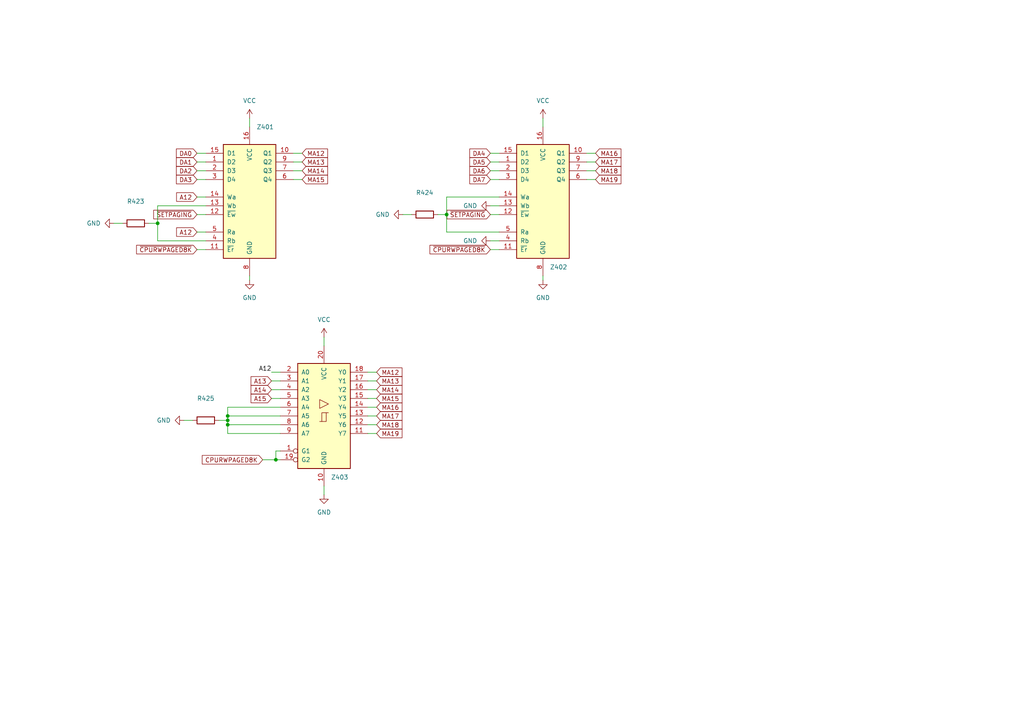
<source format=kicad_sch>
(kicad_sch (version 20211123) (generator eeschema)
  (paper "A4")
  (title_block (title "ACE4NOKB") (date "2020-04-30") (rev "Alpha") (company "Ontobus") (comment 1 "John Bradley") (comment 2 "https://creativecommons.org/licenses/by-nc-sa/4.0/") (comment 3 "Attribution-NonCommercial-ShareAlike 4.0 International License.") (comment 4 "This work is licensed under a Creative Commons "))
  (lib_symbols
    (symbol "74xx:74LS541" (pin_names (offset 1.016))
      (property "Reference" "U" (at -7.62 16.51 0))
      (property "Value" "74LS541" (at -7.62 -16.51 0))
      (symbol "74LS541_1_0"
        (polyline (pts (xy -0.635 -1.6002) (xy -0.635 0.9398) (xy 0.635 0.9398)))
        (polyline (pts (xy -1.27 -1.6002) (xy 0.635 -1.6002) (xy 0.635 0.9398) (xy 1.27 0.9398)))
        (polyline (pts (xy 1.27 3.4798) (xy -1.27 4.7498) (xy -1.27 2.2098) (xy 1.27 3.4798)) (stroke (width 0.1524)))
        (pin input inverted (at -12.7 -10.16 0) (length 5.08) (name "G1") (number "1"))
        (pin power_in line (at 0 -20.32 90) (length 5.08) (name "GND") (number "10"))
        (pin tri_state line (at 12.7 -5.08 180) (length 5.08) (name "Y7") (number "11"))
        (pin tri_state line (at 12.7 -2.54 180) (length 5.08) (name "Y6") (number "12"))
        (pin tri_state line (at 12.7 0 180) (length 5.08) (name "Y5") (number "13"))
        (pin tri_state line (at 12.7 2.54 180) (length 5.08) (name "Y4") (number "14"))
        (pin tri_state line (at 12.7 5.08 180) (length 5.08) (name "Y3") (number "15"))
        (pin tri_state line (at 12.7 7.62 180) (length 5.08) (name "Y2") (number "16"))
        (pin tri_state line (at 12.7 10.16 180) (length 5.08) (name "Y1") (number "17"))
        (pin tri_state line (at 12.7 12.7 180) (length 5.08) (name "Y0") (number "18"))
        (pin input inverted (at -12.7 -12.7 0) (length 5.08) (name "G2") (number "19"))
        (pin input line (at -12.7 12.7 0) (length 5.08) (name "A0") (number "2"))
        (pin power_in line (at 0 20.32 270) (length 5.08) (name "VCC") (number "20"))
        (pin input line (at -12.7 10.16 0) (length 5.08) (name "A1") (number "3"))
        (pin input line (at -12.7 7.62 0) (length 5.08) (name "A2") (number "4"))
        (pin input line (at -12.7 5.08 0) (length 5.08) (name "A3") (number "5"))
        (pin input line (at -12.7 2.54 0) (length 5.08) (name "A4") (number "6"))
        (pin input line (at -12.7 0 0) (length 5.08) (name "A5") (number "7"))
        (pin input line (at -12.7 -2.54 0) (length 5.08) (name "A6") (number "8"))
        (pin input line (at -12.7 -5.08 0) (length 5.08) (name "A7") (number "9"))
      )
      (symbol "74LS541_1_1"
        (rectangle (start -7.62 15.24) (end 7.62 -15.24) (stroke (width 0.254)) (fill (type background)))
      )
    )
    (symbol "74xx:74LS670" (pin_names (offset 1.016))
      (property "Reference" "U" (at -7.62 16.51 0))
      (property "Value" "74LS670" (at -7.62 -19.05 0))
      (symbol "74LS670_1_0"
        (pin input line (at -12.7 10.16 0) (length 5.08) (name "D2") (number "1"))
        (pin tri_state line (at 12.7 12.7 180) (length 5.08) (name "Q1") (number "10"))
        (pin input line (at -12.7 -15.24 0) (length 5.08) (name "~{Er}") (number "11"))
        (pin input line (at -12.7 -5.08 0) (length 5.08) (name "~{Ew}") (number "12"))
        (pin input line (at -12.7 -2.54 0) (length 5.08) (name "Wb") (number "13"))
        (pin input line (at -12.7 0 0) (length 5.08) (name "Wa") (number "14"))
        (pin input line (at -12.7 12.7 0) (length 5.08) (name "D1") (number "15"))
        (pin power_in line (at 0 20.32 270) (length 5.08) (name "VCC") (number "16"))
        (pin input line (at -12.7 7.62 0) (length 5.08) (name "D3") (number "2"))
        (pin input line (at -12.7 5.08 0) (length 5.08) (name "D4") (number "3"))
        (pin input line (at -12.7 -12.7 0) (length 5.08) (name "Rb") (number "4"))
        (pin input line (at -12.7 -10.16 0) (length 5.08) (name "Ra") (number "5"))
        (pin tri_state line (at 12.7 5.08 180) (length 5.08) (name "Q4") (number "6"))
        (pin tri_state line (at 12.7 7.62 180) (length 5.08) (name "Q3") (number "7"))
        (pin power_in line (at 0 -22.86 90) (length 5.08) (name "GND") (number "8"))
        (pin tri_state line (at 12.7 10.16 180) (length 5.08) (name "Q2") (number "9"))
      )
      (symbol "74LS670_1_1"
        (rectangle (start -7.62 15.24) (end 7.62 -17.78) (stroke (width 0.254)) (fill (type background)))
      )
    )
    (symbol "Device:R" (pin_numbers hide) (pin_names (offset 0))
      (property "Reference" "R" (at 2.032 0 90))
      (property "Value" "R" (at 0 0 90))
      (symbol "R_0_1"
        (rectangle (start -1.016 -2.54) (end 1.016 2.54) (stroke (width 0.254)))
      )
      (symbol "R_1_1"
        (pin passive line (at 0 3.81 270) (length 1.27) (name "~") (number "1"))
        (pin passive line (at 0 -3.81 90) (length 1.27) (name "~") (number "2"))
      )
    )
    (symbol "power:GND" (power) (pin_names (offset 0))
      (property "Value" "GND" (at 0 -3.81 0))
      (symbol "GND_0_1"
        (polyline (pts (xy 0 0) (xy 0 -1.27) (xy 1.27 -1.27) (xy 0 -2.54) (xy -1.27 -1.27) (xy 0 -1.27)))
      )
      (symbol "GND_1_1"
        (pin power_in line (at 0 0 270) (length 0) hide (name "GND") (number "1"))
      )
    )
    (symbol "power:VCC" (power) (pin_names (offset 0))
      (property "Value" "VCC" (at 0 3.81 0))
      (symbol "VCC_0_1"
        (polyline (pts (xy -0.762 1.27) (xy 0 2.54)))
        (polyline (pts (xy 0 0) (xy 0 2.54)))
        (polyline (pts (xy 0 2.54) (xy 0.762 1.27)))
      )
      (symbol "VCC_1_1"
        (pin power_in line (at 0 0 90) (length 0) hide (name "VCC") (number "1"))
      )
    )
  )
  (junction (at 66.04 123.19))
  (junction (at 66.04 121.92))
  (junction (at 129.54 62.23))
  (junction (at 80.01 133.35))
  (junction (at 45.72 64.77))
  (junction (at 66.04 120.65))
  (wire (pts (xy 76.2 133.35) (xy 80.01 133.35)))
  (wire (pts (xy 144.78 59.69) (xy 142.24 59.69)))
  (wire (pts (xy 142.24 49.53) (xy 144.78 49.53)))
  (wire (pts (xy 72.39 81.28) (xy 72.39 80.01)))
  (wire (pts (xy 106.68 110.49) (xy 109.22 110.49)))
  (wire (pts (xy 66.04 121.92) (xy 66.04 123.19)))
  (wire (pts (xy 66.04 118.11) (xy 66.04 120.65)))
  (wire (pts (xy 45.72 69.85) (xy 59.69 69.85)))
  (wire (pts (xy 72.39 36.83) (xy 72.39 34.29)))
  (wire (pts (xy 157.48 81.28) (xy 157.48 80.01)))
  (wire (pts (xy 106.68 113.03) (xy 109.22 113.03)))
  (wire (pts (xy 35.56 64.77) (xy 33.02 64.77)))
  (wire (pts (xy 170.18 44.45) (xy 172.72 44.45)))
  (wire (pts (xy 57.15 46.99) (xy 59.69 46.99)))
  (wire (pts (xy 129.54 67.31) (xy 129.54 62.23)))
  (wire (pts (xy 78.74 115.57) (xy 81.28 115.57)))
  (wire (pts (xy 93.98 100.33) (xy 93.98 97.79)))
  (wire (pts (xy 142.24 52.07) (xy 144.78 52.07)))
  (wire (pts (xy 129.54 57.15) (xy 144.78 57.15)))
  (wire (pts (xy 66.04 123.19) (xy 81.28 123.19)))
  (wire (pts (xy 66.04 123.19) (xy 66.04 125.73)))
  (wire (pts (xy 144.78 69.85) (xy 142.24 69.85)))
  (wire (pts (xy 170.18 46.99) (xy 172.72 46.99)))
  (wire (pts (xy 157.48 36.83) (xy 157.48 34.29)))
  (wire (pts (xy 43.18 64.77) (xy 45.72 64.77)))
  (wire (pts (xy 106.68 118.11) (xy 109.22 118.11)))
  (wire (pts (xy 55.88 121.92) (xy 53.34 121.92)))
  (wire (pts (xy 85.09 52.07) (xy 87.63 52.07)))
  (wire (pts (xy 57.15 49.53) (xy 59.69 49.53)))
  (wire (pts (xy 106.68 115.57) (xy 109.22 115.57)))
  (wire (pts (xy 144.78 72.39) (xy 142.24 72.39)))
  (wire (pts (xy 63.5 121.92) (xy 66.04 121.92)))
  (wire (pts (xy 45.72 64.77) (xy 45.72 59.69)))
  (wire (pts (xy 119.38 62.23) (xy 116.84 62.23)))
  (wire (pts (xy 80.01 133.35) (xy 80.01 130.81)))
  (wire (pts (xy 59.69 62.23) (xy 57.15 62.23)))
  (wire (pts (xy 106.68 120.65) (xy 109.22 120.65)))
  (wire (pts (xy 170.18 49.53) (xy 172.72 49.53)))
  (wire (pts (xy 85.09 49.53) (xy 87.63 49.53)))
  (wire (pts (xy 106.68 107.95) (xy 109.22 107.95)))
  (wire (pts (xy 144.78 62.23) (xy 142.24 62.23)))
  (wire (pts (xy 106.68 123.19) (xy 109.22 123.19)))
  (wire (pts (xy 66.04 118.11) (xy 81.28 118.11)))
  (wire (pts (xy 142.24 46.99) (xy 144.78 46.99)))
  (wire (pts (xy 66.04 120.65) (xy 66.04 121.92)))
  (wire (pts (xy 85.09 46.99) (xy 87.63 46.99)))
  (wire (pts (xy 78.74 113.03) (xy 81.28 113.03)))
  (wire (pts (xy 80.01 130.81) (xy 81.28 130.81)))
  (wire (pts (xy 170.18 52.07) (xy 172.72 52.07)))
  (wire (pts (xy 45.72 59.69) (xy 59.69 59.69)))
  (wire (pts (xy 80.01 133.35) (xy 81.28 133.35)))
  (wire (pts (xy 85.09 44.45) (xy 87.63 44.45)))
  (wire (pts (xy 57.15 52.07) (xy 59.69 52.07)))
  (wire (pts (xy 59.69 72.39) (xy 57.15 72.39)))
  (wire (pts (xy 106.68 125.73) (xy 109.22 125.73)))
  (wire (pts (xy 45.72 69.85) (xy 45.72 64.77)))
  (wire (pts (xy 66.04 120.65) (xy 81.28 120.65)))
  (wire (pts (xy 78.74 107.95) (xy 81.28 107.95)))
  (wire (pts (xy 57.15 44.45) (xy 59.69 44.45)))
  (wire (pts (xy 59.69 57.15) (xy 57.15 57.15)))
  (wire (pts (xy 127 62.23) (xy 129.54 62.23)))
  (wire (pts (xy 129.54 62.23) (xy 129.54 57.15)))
  (wire (pts (xy 93.98 140.97) (xy 93.98 143.51)))
  (wire (pts (xy 129.54 67.31) (xy 144.78 67.31)))
  (wire (pts (xy 78.74 110.49) (xy 81.28 110.49)))
  (wire (pts (xy 66.04 125.73) (xy 81.28 125.73)))
  (wire (pts (xy 142.24 44.45) (xy 144.78 44.45)))
  (wire (pts (xy 59.69 67.31) (xy 57.15 67.31)))
  (label "A12" (at 78.74 107.95 0))
  (global_label "~{SETPAGING}" (shape input) (at 142.24 62.23 180) (property "Intersheetrefs" "${INTERSHEET_REFS}" (at 129.7558 62.1506 0) (effects (justify right))))
  (global_label "MA13" (shape input) (at 87.63 46.99 0) (property "Intersheetrefs" "${INTERSHEET_REFS}" (at 94.9132 46.9106 0) (effects (justify left))))
  (global_label "DA7" (shape input) (at 142.24 52.07 180) (property "Intersheetrefs" "${INTERSHEET_REFS}" (at 136.3477 51.9906 0) (effects (justify right))))
  (global_label "A13" (shape input) (at 78.74 110.49 180) (property "Intersheetrefs" "${INTERSHEET_REFS}" (at 72.9082 110.4106 0) (effects (justify right))))
  (global_label "~{CPURWPAGED8K}" (shape input) (at 142.24 72.39 180) (property "Intersheetrefs" "${INTERSHEET_REFS}" (at 124.7968 72.3106 0) (effects (justify right))))
  (global_label "MA15" (shape input) (at 109.22 115.57 0) (property "Intersheetrefs" "${INTERSHEET_REFS}" (at 116.5032 115.4906 0) (effects (justify left))))
  (global_label "A12" (shape input) (at 57.15 57.15 180) (property "Intersheetrefs" "${INTERSHEET_REFS}" (at 51.3182 57.0706 0) (effects (justify right))))
  (global_label "CPURWPAGED8K" (shape input) (at 76.2 133.35 180) (property "Intersheetrefs" "${INTERSHEET_REFS}" (at 58.7568 133.2706 0) (effects (justify right))))
  (global_label "MA17" (shape input) (at 172.72 46.99 0) (property "Intersheetrefs" "${INTERSHEET_REFS}" (at 180.0032 46.9106 0) (effects (justify left))))
  (global_label "MA13" (shape input) (at 109.22 110.49 0) (property "Intersheetrefs" "${INTERSHEET_REFS}" (at 116.5032 110.4106 0) (effects (justify left))))
  (global_label "DA1" (shape input) (at 57.15 46.99 180) (property "Intersheetrefs" "${INTERSHEET_REFS}" (at 51.2577 46.9106 0) (effects (justify right))))
  (global_label "DA5" (shape input) (at 142.24 46.99 180) (property "Intersheetrefs" "${INTERSHEET_REFS}" (at 136.3477 46.9106 0) (effects (justify right))))
  (global_label "A15" (shape input) (at 78.74 115.57 180) (property "Intersheetrefs" "${INTERSHEET_REFS}" (at 72.9082 115.4906 0) (effects (justify right))))
  (global_label "MA14" (shape input) (at 87.63 49.53 0) (property "Intersheetrefs" "${INTERSHEET_REFS}" (at 94.9132 49.4506 0) (effects (justify left))))
  (global_label "MA16" (shape input) (at 109.22 118.11 0) (property "Intersheetrefs" "${INTERSHEET_REFS}" (at 116.5032 118.0306 0) (effects (justify left))))
  (global_label "A14" (shape input) (at 78.74 113.03 180) (property "Intersheetrefs" "${INTERSHEET_REFS}" (at 72.9082 112.9506 0) (effects (justify right))))
  (global_label "MA18" (shape input) (at 109.22 123.19 0) (property "Intersheetrefs" "${INTERSHEET_REFS}" (at 116.5032 123.1106 0) (effects (justify left))))
  (global_label "MA15" (shape input) (at 87.63 52.07 0) (property "Intersheetrefs" "${INTERSHEET_REFS}" (at 94.9132 51.9906 0) (effects (justify left))))
  (global_label "DA3" (shape input) (at 57.15 52.07 180) (property "Intersheetrefs" "${INTERSHEET_REFS}" (at 51.2577 51.9906 0) (effects (justify right))))
  (global_label "DA2" (shape input) (at 57.15 49.53 180) (property "Intersheetrefs" "${INTERSHEET_REFS}" (at 51.2577 49.4506 0) (effects (justify right))))
  (global_label "DA0" (shape input) (at 57.15 44.45 180) (property "Intersheetrefs" "${INTERSHEET_REFS}" (at 51.2577 44.3706 0) (effects (justify right))))
  (global_label "DA4" (shape input) (at 142.24 44.45 180) (property "Intersheetrefs" "${INTERSHEET_REFS}" (at 136.3477 44.3706 0) (effects (justify right))))
  (global_label "MA16" (shape input) (at 172.72 44.45 0) (property "Intersheetrefs" "${INTERSHEET_REFS}" (at 180.0032 44.3706 0) (effects (justify left))))
  (global_label "~{CPURWPAGED8K}" (shape input) (at 57.15 72.39 180) (property "Intersheetrefs" "${INTERSHEET_REFS}" (at 39.7068 72.3106 0) (effects (justify right))))
  (global_label "MA14" (shape input) (at 109.22 113.03 0) (property "Intersheetrefs" "${INTERSHEET_REFS}" (at 116.5032 112.9506 0) (effects (justify left))))
  (global_label "MA17" (shape input) (at 109.22 120.65 0) (property "Intersheetrefs" "${INTERSHEET_REFS}" (at 116.5032 120.5706 0) (effects (justify left))))
  (global_label "MA12" (shape input) (at 87.63 44.45 0) (property "Intersheetrefs" "${INTERSHEET_REFS}" (at 94.9132 44.3706 0) (effects (justify left))))
  (global_label "~{SETPAGING}" (shape input) (at 57.15 62.23 180) (property "Intersheetrefs" "${INTERSHEET_REFS}" (at 44.6658 62.1506 0) (effects (justify right))))
  (global_label "MA19" (shape input) (at 109.22 125.73 0) (property "Intersheetrefs" "${INTERSHEET_REFS}" (at 116.5032 125.6506 0) (effects (justify left))))
  (global_label "MA12" (shape input) (at 109.22 107.95 0) (property "Intersheetrefs" "${INTERSHEET_REFS}" (at 116.5032 107.8706 0) (effects (justify left))))
  (global_label "MA18" (shape input) (at 172.72 49.53 0) (property "Intersheetrefs" "${INTERSHEET_REFS}" (at 180.0032 49.4506 0) (effects (justify left))))
  (global_label "MA19" (shape input) (at 172.72 52.07 0) (property "Intersheetrefs" "${INTERSHEET_REFS}" (at 180.0032 51.9906 0) (effects (justify left))))
  (global_label "DA6" (shape input) (at 142.24 49.53 180) (property "Intersheetrefs" "${INTERSHEET_REFS}" (at 136.3477 49.4506 0) (effects (justify right))))
  (global_label "A12" (shape input) (at 57.15 67.31 180) (property "Intersheetrefs" "${INTERSHEET_REFS}" (at 51.3182 67.2306 0) (effects (justify right))))
  (symbol (lib_id "74xx:74LS670") (at 72.39 57.15 0) (unit 1)
    (property "Reference" "Z401" (at 74.4094 36.83 0) (effects (justify left)))
    (property "Datasheet" "http://www.ti.com/lit/gpn/sn74LS670" (effects hide))
    (property "Manufacturer_Name" "Texas Instruments" (effects hide))
    (property "Manufacturer_Part_Number" "CD74HCT670M" (effects hide))
  )
  (symbol (lib_id "74xx:74LS670") (at 157.48 57.15 0) (unit 1)
    (property "Reference" "Z402" (at 159.4994 77.47 0) (effects (justify left)))
    (property "Datasheet" "http://www.ti.com/lit/gpn/sn74LS670" (effects hide))
    (property "Manufacturer_Name" "Texas Instruments" (effects hide))
    (property "Manufacturer_Part_Number" "CD74HCT670M" (effects hide))
  )
  (symbol (lib_id "power:GND") (at 142.24 69.85 270) (unit 1)
    (property "Reference" "#0130" (effects hide))
    (property "Value" "GND" (at 138.43 69.8499 90) (effects (justify right)))
  )
  (symbol (lib_id "power:GND") (at 142.24 59.69 270) (unit 1)
    (property "Reference" "#0131" (effects hide))
    (property "Value" "GND" (at 138.43 59.6899 90) (effects (justify right)))
  )
  (symbol (lib_id "power:VCC") (at 72.39 34.29 0) (unit 1)
    (property "Reference" "#0134" (effects hide))
    (property "Value" "VCC" (at 72.39 29.21 0))
  )
  (symbol (lib_id "power:VCC") (at 157.48 34.29 0) (unit 1)
    (property "Reference" "#0135" (effects hide))
    (property "Value" "VCC" (at 157.48 29.21 0))
  )
  (symbol (lib_id "power:GND") (at 157.48 81.28 0) (unit 1)
    (property "Reference" "#0136" (effects hide))
    (property "Value" "GND" (at 157.48 86.36 0))
  )
  (symbol (lib_id "power:GND") (at 72.39 81.28 0) (unit 1)
    (property "Reference" "#0137" (effects hide))
    (property "Value" "GND" (at 72.39 86.36 0))
  )
  (symbol (lib_id "power:GND") (at 33.02 64.77 270) (unit 1)
    (property "Reference" "#0117" (effects hide))
    (property "Value" "GND" (at 29.21 64.7699 90) (effects (justify right)))
  )
  (symbol (lib_id "Device:R") (at 39.37 64.77 270) (unit 1)
    (property "Reference" "R423" (at 39.37 58.42 90))
    (property "Manufacturer_Name" "Vishay" (effects hide))
    (property "Manufacturer_Part_Number" "CCF07200KGKE36" (effects hide))
  )
  (symbol (lib_id "power:GND") (at 116.84 62.23 270) (unit 1)
    (property "Reference" "#0118" (effects hide))
    (property "Value" "GND" (at 113.03 62.2299 90) (effects (justify right)))
  )
  (symbol (lib_id "Device:R") (at 123.19 62.23 270) (unit 1)
    (property "Reference" "R424" (at 123.19 55.88 90))
    (property "Manufacturer_Name" "Vishay" (effects hide))
    (property "Manufacturer_Part_Number" "CCF07200KGKE36" (effects hide))
  )
  (symbol (lib_id "power:GND") (at 53.34 121.92 270) (unit 1)
    (property "Reference" "#0132" (effects hide))
    (property "Value" "GND" (at 49.53 121.9199 90) (effects (justify right)))
  )
  (symbol (lib_id "Device:R") (at 59.69 121.92 270) (unit 1)
    (property "Reference" "R425" (at 59.69 115.57 90))
    (property "Manufacturer_Name" "Vishay" (effects hide))
    (property "Manufacturer_Part_Number" "CCF07100KJKE36" (effects hide))
  )
  (symbol (lib_id "74xx:74LS541") (at 93.98 120.65 0) (unit 1)
    (property "Reference" "Z403" (at 95.9994 138.43 0) (effects (justify left)))
    (property "Datasheet" "http://www.ti.com/lit/gpn/sn74LS541" (effects hide))
    (property "Manufacturer_Name" "Texas Instruments" (effects hide))
    (property "Manufacturer_Part_Number" "SN74AHCT541N" (effects hide))
  )
  (symbol (lib_id "power:GND") (at 93.98 143.51 0) (unit 1)
    (property "Reference" "#~PWR0133" (effects hide))
    (property "Value" "GND" (at 93.98 148.59 0))
  )
  (symbol (lib_id "power:VCC") (at 93.98 97.79 0) (unit 1)
    (property "Reference" "#~PWR0151" (effects hide))
    (property "Value" "VCC" (at 93.98 92.71 0))
  )
)
</source>
